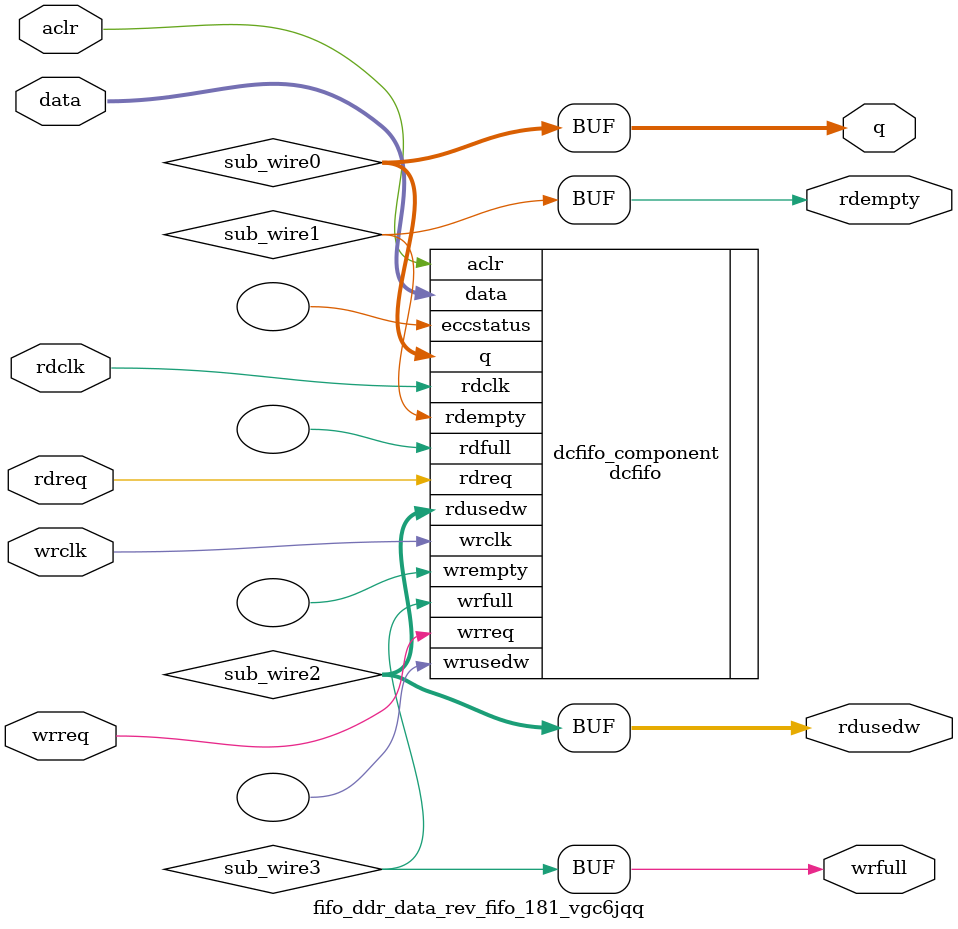
<source format=v>



`timescale 1 ps / 1 ps
// synopsys translate_on
module  fifo_ddr_data_rev_fifo_181_vgc6jqq  (
    aclr,
    data,
    rdclk,
    rdreq,
    wrclk,
    wrreq,
    q,
    rdempty,
    rdusedw,
    wrfull);

    input    aclr;
    input  [511:0]  data;
    input    rdclk;
    input    rdreq;
    input    wrclk;
    input    wrreq;
    output [511:0]  q;
    output   rdempty;
    output [8:0]  rdusedw;
    output   wrfull;
`ifndef ALTERA_RESERVED_QIS
// synopsys translate_off
`endif
    tri0     aclr;
`ifndef ALTERA_RESERVED_QIS
// synopsys translate_on
`endif

    wire [511:0] sub_wire0;
    wire  sub_wire1;
    wire [8:0] sub_wire2;
    wire  sub_wire3;
    wire [511:0] q = sub_wire0[511:0];
    wire  rdempty = sub_wire1;
    wire [8:0] rdusedw = sub_wire2[8:0];
    wire  wrfull = sub_wire3;

    dcfifo  dcfifo_component (
                .aclr (aclr),
                .data (data),
                .rdclk (rdclk),
                .rdreq (rdreq),
                .wrclk (wrclk),
                .wrreq (wrreq),
                .q (sub_wire0),
                .rdempty (sub_wire1),
                .rdusedw (sub_wire2),
                .wrfull (sub_wire3),
                .eccstatus (),
                .rdfull (),
                .wrempty (),
                .wrusedw ());
    defparam
        dcfifo_component.enable_ecc  = "FALSE",
        dcfifo_component.intended_device_family  = "Arria 10",
        dcfifo_component.lpm_hint  = "DISABLE_DCFIFO_EMBEDDED_TIMING_CONSTRAINT=TRUE",
        dcfifo_component.lpm_numwords  = 512,
        dcfifo_component.lpm_showahead  = "ON",
        dcfifo_component.lpm_type  = "dcfifo",
        dcfifo_component.lpm_width  = 512,
        dcfifo_component.lpm_widthu  = 9,
        dcfifo_component.overflow_checking  = "ON",
        dcfifo_component.rdsync_delaypipe  = 4,
        dcfifo_component.read_aclr_synch  = "OFF",
        dcfifo_component.underflow_checking  = "ON",
        dcfifo_component.use_eab  = "ON",
        dcfifo_component.write_aclr_synch  = "OFF",
        dcfifo_component.wrsync_delaypipe  = 4;


endmodule



</source>
